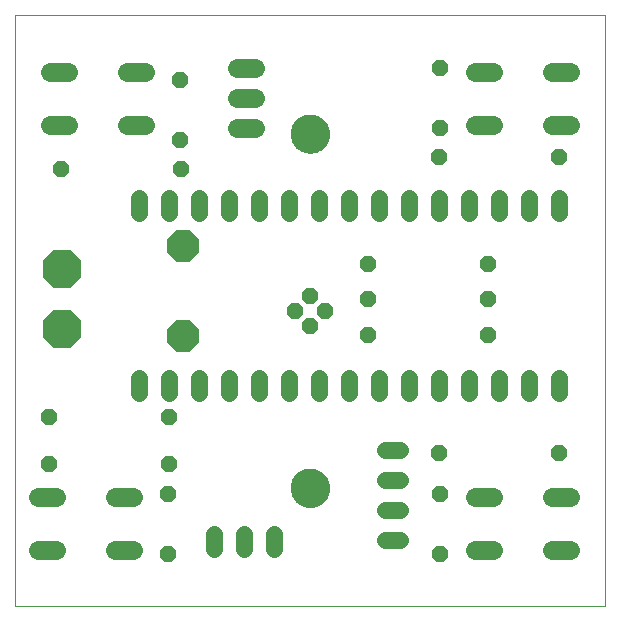
<source format=gbs>
G75*
%MOIN*%
%OFA0B0*%
%FSLAX24Y24*%
%IPPOS*%
%LPD*%
%AMOC8*
5,1,8,0,0,1.08239X$1,22.5*
%
%ADD10C,0.0000*%
%ADD11C,0.1300*%
%ADD12OC8,0.1040*%
%ADD13OC8,0.0560*%
%ADD14OC8,0.0555*%
%ADD15C,0.0555*%
%ADD16C,0.0640*%
%ADD17OC8,0.1280*%
D10*
X000475Y005795D02*
X000475Y025516D01*
X020160Y025516D01*
X020160Y005795D01*
X000475Y005795D01*
X009688Y009732D02*
X009690Y009782D01*
X009696Y009832D01*
X009706Y009881D01*
X009720Y009929D01*
X009737Y009976D01*
X009758Y010021D01*
X009783Y010065D01*
X009811Y010106D01*
X009843Y010145D01*
X009877Y010182D01*
X009914Y010216D01*
X009954Y010246D01*
X009996Y010273D01*
X010040Y010297D01*
X010086Y010318D01*
X010133Y010334D01*
X010181Y010347D01*
X010231Y010356D01*
X010280Y010361D01*
X010331Y010362D01*
X010381Y010359D01*
X010430Y010352D01*
X010479Y010341D01*
X010527Y010326D01*
X010573Y010308D01*
X010618Y010286D01*
X010661Y010260D01*
X010702Y010231D01*
X010741Y010199D01*
X010777Y010164D01*
X010809Y010126D01*
X010839Y010086D01*
X010866Y010043D01*
X010889Y009999D01*
X010908Y009953D01*
X010924Y009905D01*
X010936Y009856D01*
X010944Y009807D01*
X010948Y009757D01*
X010948Y009707D01*
X010944Y009657D01*
X010936Y009608D01*
X010924Y009559D01*
X010908Y009511D01*
X010889Y009465D01*
X010866Y009421D01*
X010839Y009378D01*
X010809Y009338D01*
X010777Y009300D01*
X010741Y009265D01*
X010702Y009233D01*
X010661Y009204D01*
X010618Y009178D01*
X010573Y009156D01*
X010527Y009138D01*
X010479Y009123D01*
X010430Y009112D01*
X010381Y009105D01*
X010331Y009102D01*
X010280Y009103D01*
X010231Y009108D01*
X010181Y009117D01*
X010133Y009130D01*
X010086Y009146D01*
X010040Y009167D01*
X009996Y009191D01*
X009954Y009218D01*
X009914Y009248D01*
X009877Y009282D01*
X009843Y009319D01*
X009811Y009358D01*
X009783Y009399D01*
X009758Y009443D01*
X009737Y009488D01*
X009720Y009535D01*
X009706Y009583D01*
X009696Y009632D01*
X009690Y009682D01*
X009688Y009732D01*
X009688Y021543D02*
X009690Y021593D01*
X009696Y021643D01*
X009706Y021692D01*
X009720Y021740D01*
X009737Y021787D01*
X009758Y021832D01*
X009783Y021876D01*
X009811Y021917D01*
X009843Y021956D01*
X009877Y021993D01*
X009914Y022027D01*
X009954Y022057D01*
X009996Y022084D01*
X010040Y022108D01*
X010086Y022129D01*
X010133Y022145D01*
X010181Y022158D01*
X010231Y022167D01*
X010280Y022172D01*
X010331Y022173D01*
X010381Y022170D01*
X010430Y022163D01*
X010479Y022152D01*
X010527Y022137D01*
X010573Y022119D01*
X010618Y022097D01*
X010661Y022071D01*
X010702Y022042D01*
X010741Y022010D01*
X010777Y021975D01*
X010809Y021937D01*
X010839Y021897D01*
X010866Y021854D01*
X010889Y021810D01*
X010908Y021764D01*
X010924Y021716D01*
X010936Y021667D01*
X010944Y021618D01*
X010948Y021568D01*
X010948Y021518D01*
X010944Y021468D01*
X010936Y021419D01*
X010924Y021370D01*
X010908Y021322D01*
X010889Y021276D01*
X010866Y021232D01*
X010839Y021189D01*
X010809Y021149D01*
X010777Y021111D01*
X010741Y021076D01*
X010702Y021044D01*
X010661Y021015D01*
X010618Y020989D01*
X010573Y020967D01*
X010527Y020949D01*
X010479Y020934D01*
X010430Y020923D01*
X010381Y020916D01*
X010331Y020913D01*
X010280Y020914D01*
X010231Y020919D01*
X010181Y020928D01*
X010133Y020941D01*
X010086Y020957D01*
X010040Y020978D01*
X009996Y021002D01*
X009954Y021029D01*
X009914Y021059D01*
X009877Y021093D01*
X009843Y021130D01*
X009811Y021169D01*
X009783Y021210D01*
X009758Y021254D01*
X009737Y021299D01*
X009720Y021346D01*
X009706Y021394D01*
X009696Y021443D01*
X009690Y021493D01*
X009688Y021543D01*
D11*
X010318Y021543D03*
X010318Y009732D03*
D12*
X006085Y014803D03*
X006085Y017803D03*
D13*
X006019Y020362D03*
X005987Y021331D03*
X005987Y023331D03*
X002019Y020362D03*
X001625Y012094D03*
X001625Y010520D03*
X005625Y010520D03*
X005593Y009551D03*
X005593Y007551D03*
X005625Y012094D03*
X009818Y015638D03*
X010818Y015638D03*
X012255Y016031D03*
X012255Y014850D03*
X012255Y017213D03*
X014617Y020756D03*
X014648Y021724D03*
X014648Y023724D03*
X018617Y020756D03*
X016255Y017213D03*
X016255Y016031D03*
X016255Y014850D03*
X014617Y010913D03*
X014648Y009551D03*
X014648Y007551D03*
X018617Y010913D03*
D14*
X010318Y015138D03*
X010318Y016138D03*
D15*
X010613Y013403D02*
X010613Y012888D01*
X011613Y012888D02*
X011613Y013403D01*
X012613Y013403D02*
X012613Y012888D01*
X013613Y012888D02*
X013613Y013403D01*
X014613Y013403D02*
X014613Y012888D01*
X015613Y012888D02*
X015613Y013403D01*
X016613Y013403D02*
X016613Y012888D01*
X017613Y012888D02*
X017613Y013403D01*
X018613Y013403D02*
X018613Y012888D01*
X018613Y018888D02*
X018613Y019403D01*
X017613Y019403D02*
X017613Y018888D01*
X016613Y018888D02*
X016613Y019403D01*
X015613Y019403D02*
X015613Y018888D01*
X014613Y018888D02*
X014613Y019403D01*
X013613Y019403D02*
X013613Y018888D01*
X012613Y018888D02*
X012613Y019403D01*
X011613Y019403D02*
X011613Y018888D01*
X010613Y018888D02*
X010613Y019403D01*
X009613Y019403D02*
X009613Y018888D01*
X008613Y018888D02*
X008613Y019403D01*
X007613Y019403D02*
X007613Y018888D01*
X006613Y018888D02*
X006613Y019403D01*
X005613Y019403D02*
X005613Y018888D01*
X004613Y018888D02*
X004613Y019403D01*
X004613Y013403D02*
X004613Y012888D01*
X005613Y012888D02*
X005613Y013403D01*
X006613Y013403D02*
X006613Y012888D01*
X007613Y012888D02*
X007613Y013403D01*
X008613Y013403D02*
X008613Y012888D01*
X009613Y012888D02*
X009613Y013403D01*
X012812Y011000D02*
X013327Y011000D01*
X013327Y010000D02*
X012812Y010000D01*
X012812Y009000D02*
X013327Y009000D01*
X013327Y008000D02*
X012812Y008000D01*
X009129Y008202D02*
X009129Y007687D01*
X008129Y007687D02*
X008129Y008202D01*
X007129Y008202D02*
X007129Y007687D01*
D16*
X004417Y007661D02*
X003817Y007661D01*
X003817Y009441D02*
X004417Y009441D01*
X001857Y009441D02*
X001257Y009441D01*
X001257Y007661D02*
X001857Y007661D01*
X007868Y021724D02*
X008468Y021724D01*
X008468Y022724D02*
X007868Y022724D01*
X007868Y023724D02*
X008468Y023724D01*
X004811Y023614D02*
X004211Y023614D01*
X004211Y021834D02*
X004811Y021834D01*
X002251Y021834D02*
X001651Y021834D01*
X001651Y023614D02*
X002251Y023614D01*
X015824Y023614D02*
X016424Y023614D01*
X016424Y021834D02*
X015824Y021834D01*
X018384Y021834D02*
X018984Y021834D01*
X018984Y023614D02*
X018384Y023614D01*
X018384Y009441D02*
X018984Y009441D01*
X018984Y007661D02*
X018384Y007661D01*
X016424Y007661D02*
X015824Y007661D01*
X015824Y009441D02*
X016424Y009441D01*
D17*
X002050Y015031D03*
X002050Y017031D03*
M02*

</source>
